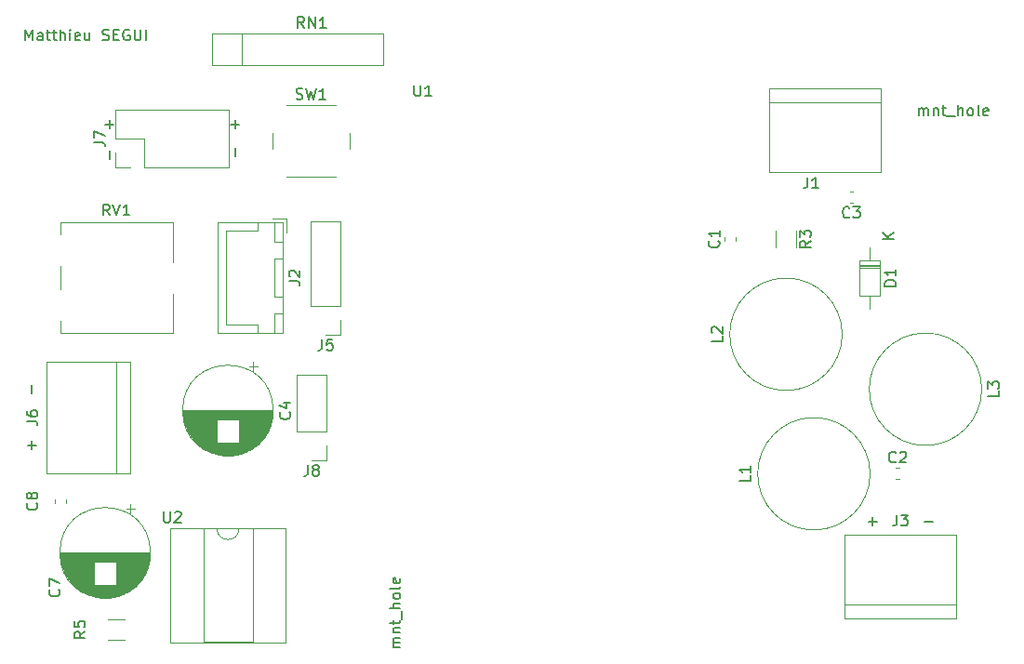
<source format=gbr>
%TF.GenerationSoftware,KiCad,Pcbnew,6.0.2+dfsg-1*%
%TF.CreationDate,2023-10-02T17:07:50+02:00*%
%TF.ProjectId,iop,696f702e-6b69-4636-9164-5f7063625858,rev?*%
%TF.SameCoordinates,Original*%
%TF.FileFunction,Legend,Top*%
%TF.FilePolarity,Positive*%
%FSLAX46Y46*%
G04 Gerber Fmt 4.6, Leading zero omitted, Abs format (unit mm)*
G04 Created by KiCad (PCBNEW 6.0.2+dfsg-1) date 2023-10-02 17:07:50*
%MOMM*%
%LPD*%
G01*
G04 APERTURE LIST*
%ADD10C,0.150000*%
%ADD11C,0.120000*%
G04 APERTURE END LIST*
D10*
X57746000Y-107894380D02*
X57746000Y-106894380D01*
X58079333Y-107608666D01*
X58412666Y-106894380D01*
X58412666Y-107894380D01*
X59317428Y-107894380D02*
X59317428Y-107370571D01*
X59269809Y-107275333D01*
X59174571Y-107227714D01*
X58984095Y-107227714D01*
X58888857Y-107275333D01*
X59317428Y-107846761D02*
X59222190Y-107894380D01*
X58984095Y-107894380D01*
X58888857Y-107846761D01*
X58841238Y-107751523D01*
X58841238Y-107656285D01*
X58888857Y-107561047D01*
X58984095Y-107513428D01*
X59222190Y-107513428D01*
X59317428Y-107465809D01*
X59650761Y-107227714D02*
X60031714Y-107227714D01*
X59793619Y-106894380D02*
X59793619Y-107751523D01*
X59841238Y-107846761D01*
X59936476Y-107894380D01*
X60031714Y-107894380D01*
X60222190Y-107227714D02*
X60603142Y-107227714D01*
X60365047Y-106894380D02*
X60365047Y-107751523D01*
X60412666Y-107846761D01*
X60507904Y-107894380D01*
X60603142Y-107894380D01*
X60936476Y-107894380D02*
X60936476Y-106894380D01*
X61365047Y-107894380D02*
X61365047Y-107370571D01*
X61317428Y-107275333D01*
X61222190Y-107227714D01*
X61079333Y-107227714D01*
X60984095Y-107275333D01*
X60936476Y-107322952D01*
X61841238Y-107894380D02*
X61841238Y-107227714D01*
X61841238Y-106894380D02*
X61793619Y-106942000D01*
X61841238Y-106989619D01*
X61888857Y-106942000D01*
X61841238Y-106894380D01*
X61841238Y-106989619D01*
X62698380Y-107846761D02*
X62603142Y-107894380D01*
X62412666Y-107894380D01*
X62317428Y-107846761D01*
X62269809Y-107751523D01*
X62269809Y-107370571D01*
X62317428Y-107275333D01*
X62412666Y-107227714D01*
X62603142Y-107227714D01*
X62698380Y-107275333D01*
X62746000Y-107370571D01*
X62746000Y-107465809D01*
X62269809Y-107561047D01*
X63603142Y-107227714D02*
X63603142Y-107894380D01*
X63174571Y-107227714D02*
X63174571Y-107751523D01*
X63222190Y-107846761D01*
X63317428Y-107894380D01*
X63460285Y-107894380D01*
X63555523Y-107846761D01*
X63603142Y-107799142D01*
X64793619Y-107846761D02*
X64936476Y-107894380D01*
X65174571Y-107894380D01*
X65269809Y-107846761D01*
X65317428Y-107799142D01*
X65365047Y-107703904D01*
X65365047Y-107608666D01*
X65317428Y-107513428D01*
X65269809Y-107465809D01*
X65174571Y-107418190D01*
X64984095Y-107370571D01*
X64888857Y-107322952D01*
X64841238Y-107275333D01*
X64793619Y-107180095D01*
X64793619Y-107084857D01*
X64841238Y-106989619D01*
X64888857Y-106942000D01*
X64984095Y-106894380D01*
X65222190Y-106894380D01*
X65365047Y-106942000D01*
X65793619Y-107370571D02*
X66126952Y-107370571D01*
X66269809Y-107894380D02*
X65793619Y-107894380D01*
X65793619Y-106894380D01*
X66269809Y-106894380D01*
X67222190Y-106942000D02*
X67126952Y-106894380D01*
X66984095Y-106894380D01*
X66841238Y-106942000D01*
X66746000Y-107037238D01*
X66698380Y-107132476D01*
X66650761Y-107322952D01*
X66650761Y-107465809D01*
X66698380Y-107656285D01*
X66746000Y-107751523D01*
X66841238Y-107846761D01*
X66984095Y-107894380D01*
X67079333Y-107894380D01*
X67222190Y-107846761D01*
X67269809Y-107799142D01*
X67269809Y-107465809D01*
X67079333Y-107465809D01*
X67698380Y-106894380D02*
X67698380Y-107703904D01*
X67746000Y-107799142D01*
X67793619Y-107846761D01*
X67888857Y-107894380D01*
X68079333Y-107894380D01*
X68174571Y-107846761D01*
X68222190Y-107799142D01*
X68269809Y-107703904D01*
X68269809Y-106894380D01*
X68746000Y-107894380D02*
X68746000Y-106894380D01*
X134493047Y-151709428D02*
X135254952Y-151709428D01*
X134874000Y-152090380D02*
X134874000Y-151328476D01*
X65405428Y-118744952D02*
X65405428Y-117983047D01*
X58348571Y-139319047D02*
X58348571Y-140080952D01*
X76835428Y-118490952D02*
X76835428Y-117729047D01*
X58348571Y-144399047D02*
X58348571Y-145160952D01*
X57967619Y-144780000D02*
X58729523Y-144780000D01*
X139573047Y-151709428D02*
X140334952Y-151709428D01*
X65405428Y-115950952D02*
X65405428Y-115189047D01*
X65786380Y-115570000D02*
X65024476Y-115570000D01*
X76835428Y-115950952D02*
X76835428Y-115189047D01*
X77216380Y-115570000D02*
X76454476Y-115570000D01*
%TO.C,mnt_hole*%
X91892380Y-163162857D02*
X91225714Y-163162857D01*
X91320952Y-163162857D02*
X91273333Y-163115238D01*
X91225714Y-163020000D01*
X91225714Y-162877142D01*
X91273333Y-162781904D01*
X91368571Y-162734285D01*
X91892380Y-162734285D01*
X91368571Y-162734285D02*
X91273333Y-162686666D01*
X91225714Y-162591428D01*
X91225714Y-162448571D01*
X91273333Y-162353333D01*
X91368571Y-162305714D01*
X91892380Y-162305714D01*
X91225714Y-161829523D02*
X91892380Y-161829523D01*
X91320952Y-161829523D02*
X91273333Y-161781904D01*
X91225714Y-161686666D01*
X91225714Y-161543809D01*
X91273333Y-161448571D01*
X91368571Y-161400952D01*
X91892380Y-161400952D01*
X91225714Y-161067619D02*
X91225714Y-160686666D01*
X90892380Y-160924761D02*
X91749523Y-160924761D01*
X91844761Y-160877142D01*
X91892380Y-160781904D01*
X91892380Y-160686666D01*
X91987619Y-160591428D02*
X91987619Y-159829523D01*
X91892380Y-159591428D02*
X90892380Y-159591428D01*
X91892380Y-159162857D02*
X91368571Y-159162857D01*
X91273333Y-159210476D01*
X91225714Y-159305714D01*
X91225714Y-159448571D01*
X91273333Y-159543809D01*
X91320952Y-159591428D01*
X91892380Y-158543809D02*
X91844761Y-158639047D01*
X91797142Y-158686666D01*
X91701904Y-158734285D01*
X91416190Y-158734285D01*
X91320952Y-158686666D01*
X91273333Y-158639047D01*
X91225714Y-158543809D01*
X91225714Y-158400952D01*
X91273333Y-158305714D01*
X91320952Y-158258095D01*
X91416190Y-158210476D01*
X91701904Y-158210476D01*
X91797142Y-158258095D01*
X91844761Y-158305714D01*
X91892380Y-158400952D01*
X91892380Y-158543809D01*
X91892380Y-157639047D02*
X91844761Y-157734285D01*
X91749523Y-157781904D01*
X90892380Y-157781904D01*
X91844761Y-156877142D02*
X91892380Y-156972380D01*
X91892380Y-157162857D01*
X91844761Y-157258095D01*
X91749523Y-157305714D01*
X91368571Y-157305714D01*
X91273333Y-157258095D01*
X91225714Y-157162857D01*
X91225714Y-156972380D01*
X91273333Y-156877142D01*
X91368571Y-156829523D01*
X91463809Y-156829523D01*
X91559047Y-157305714D01*
X139097142Y-114752380D02*
X139097142Y-114085714D01*
X139097142Y-114180952D02*
X139144761Y-114133333D01*
X139240000Y-114085714D01*
X139382857Y-114085714D01*
X139478095Y-114133333D01*
X139525714Y-114228571D01*
X139525714Y-114752380D01*
X139525714Y-114228571D02*
X139573333Y-114133333D01*
X139668571Y-114085714D01*
X139811428Y-114085714D01*
X139906666Y-114133333D01*
X139954285Y-114228571D01*
X139954285Y-114752380D01*
X140430476Y-114085714D02*
X140430476Y-114752380D01*
X140430476Y-114180952D02*
X140478095Y-114133333D01*
X140573333Y-114085714D01*
X140716190Y-114085714D01*
X140811428Y-114133333D01*
X140859047Y-114228571D01*
X140859047Y-114752380D01*
X141192380Y-114085714D02*
X141573333Y-114085714D01*
X141335238Y-113752380D02*
X141335238Y-114609523D01*
X141382857Y-114704761D01*
X141478095Y-114752380D01*
X141573333Y-114752380D01*
X141668571Y-114847619D02*
X142430476Y-114847619D01*
X142668571Y-114752380D02*
X142668571Y-113752380D01*
X143097142Y-114752380D02*
X143097142Y-114228571D01*
X143049523Y-114133333D01*
X142954285Y-114085714D01*
X142811428Y-114085714D01*
X142716190Y-114133333D01*
X142668571Y-114180952D01*
X143716190Y-114752380D02*
X143620952Y-114704761D01*
X143573333Y-114657142D01*
X143525714Y-114561904D01*
X143525714Y-114276190D01*
X143573333Y-114180952D01*
X143620952Y-114133333D01*
X143716190Y-114085714D01*
X143859047Y-114085714D01*
X143954285Y-114133333D01*
X144001904Y-114180952D01*
X144049523Y-114276190D01*
X144049523Y-114561904D01*
X144001904Y-114657142D01*
X143954285Y-114704761D01*
X143859047Y-114752380D01*
X143716190Y-114752380D01*
X144620952Y-114752380D02*
X144525714Y-114704761D01*
X144478095Y-114609523D01*
X144478095Y-113752380D01*
X145382857Y-114704761D02*
X145287619Y-114752380D01*
X145097142Y-114752380D01*
X145001904Y-114704761D01*
X144954285Y-114609523D01*
X144954285Y-114228571D01*
X145001904Y-114133333D01*
X145097142Y-114085714D01*
X145287619Y-114085714D01*
X145382857Y-114133333D01*
X145430476Y-114228571D01*
X145430476Y-114323809D01*
X144954285Y-114419047D01*
%TO.C,RN1*%
X83129523Y-106764380D02*
X82796190Y-106288190D01*
X82558095Y-106764380D02*
X82558095Y-105764380D01*
X82939047Y-105764380D01*
X83034285Y-105812000D01*
X83081904Y-105859619D01*
X83129523Y-105954857D01*
X83129523Y-106097714D01*
X83081904Y-106192952D01*
X83034285Y-106240571D01*
X82939047Y-106288190D01*
X82558095Y-106288190D01*
X83558095Y-106764380D02*
X83558095Y-105764380D01*
X84129523Y-106764380D01*
X84129523Y-105764380D01*
X85129523Y-106764380D02*
X84558095Y-106764380D01*
X84843809Y-106764380D02*
X84843809Y-105764380D01*
X84748571Y-105907238D01*
X84653333Y-106002476D01*
X84558095Y-106050095D01*
%TO.C,J8*%
X83486666Y-146562380D02*
X83486666Y-147276666D01*
X83439047Y-147419523D01*
X83343809Y-147514761D01*
X83200952Y-147562380D01*
X83105714Y-147562380D01*
X84105714Y-146990952D02*
X84010476Y-146943333D01*
X83962857Y-146895714D01*
X83915238Y-146800476D01*
X83915238Y-146752857D01*
X83962857Y-146657619D01*
X84010476Y-146610000D01*
X84105714Y-146562380D01*
X84296190Y-146562380D01*
X84391428Y-146610000D01*
X84439047Y-146657619D01*
X84486666Y-146752857D01*
X84486666Y-146800476D01*
X84439047Y-146895714D01*
X84391428Y-146943333D01*
X84296190Y-146990952D01*
X84105714Y-146990952D01*
X84010476Y-147038571D01*
X83962857Y-147086190D01*
X83915238Y-147181428D01*
X83915238Y-147371904D01*
X83962857Y-147467142D01*
X84010476Y-147514761D01*
X84105714Y-147562380D01*
X84296190Y-147562380D01*
X84391428Y-147514761D01*
X84439047Y-147467142D01*
X84486666Y-147371904D01*
X84486666Y-147181428D01*
X84439047Y-147086190D01*
X84391428Y-147038571D01*
X84296190Y-146990952D01*
%TO.C,R5*%
X63190380Y-161710666D02*
X62714190Y-162044000D01*
X63190380Y-162282095D02*
X62190380Y-162282095D01*
X62190380Y-161901142D01*
X62238000Y-161805904D01*
X62285619Y-161758285D01*
X62380857Y-161710666D01*
X62523714Y-161710666D01*
X62618952Y-161758285D01*
X62666571Y-161805904D01*
X62714190Y-161901142D01*
X62714190Y-162282095D01*
X62190380Y-160805904D02*
X62190380Y-161282095D01*
X62666571Y-161329714D01*
X62618952Y-161282095D01*
X62571333Y-161186857D01*
X62571333Y-160948761D01*
X62618952Y-160853523D01*
X62666571Y-160805904D01*
X62761809Y-160758285D01*
X62999904Y-160758285D01*
X63095142Y-160805904D01*
X63142761Y-160853523D01*
X63190380Y-160948761D01*
X63190380Y-161186857D01*
X63142761Y-161282095D01*
X63095142Y-161329714D01*
%TO.C,D1*%
X136992380Y-130273095D02*
X135992380Y-130273095D01*
X135992380Y-130035000D01*
X136040000Y-129892142D01*
X136135238Y-129796904D01*
X136230476Y-129749285D01*
X136420952Y-129701666D01*
X136563809Y-129701666D01*
X136754285Y-129749285D01*
X136849523Y-129796904D01*
X136944761Y-129892142D01*
X136992380Y-130035000D01*
X136992380Y-130273095D01*
X136992380Y-128749285D02*
X136992380Y-129320714D01*
X136992380Y-129035000D02*
X135992380Y-129035000D01*
X136135238Y-129130238D01*
X136230476Y-129225476D01*
X136278095Y-129320714D01*
X136822380Y-125986904D02*
X135822380Y-125986904D01*
X136822380Y-125415476D02*
X136250952Y-125844047D01*
X135822380Y-125415476D02*
X136393809Y-125986904D01*
%TO.C,U1*%
X93168095Y-111972380D02*
X93168095Y-112781904D01*
X93215714Y-112877142D01*
X93263333Y-112924761D01*
X93358571Y-112972380D01*
X93549047Y-112972380D01*
X93644285Y-112924761D01*
X93691904Y-112877142D01*
X93739523Y-112781904D01*
X93739523Y-111972380D01*
X94739523Y-112972380D02*
X94168095Y-112972380D01*
X94453809Y-112972380D02*
X94453809Y-111972380D01*
X94358571Y-112115238D01*
X94263333Y-112210476D01*
X94168095Y-112258095D01*
%TO.C,U2*%
X70358095Y-150802380D02*
X70358095Y-151611904D01*
X70405714Y-151707142D01*
X70453333Y-151754761D01*
X70548571Y-151802380D01*
X70739047Y-151802380D01*
X70834285Y-151754761D01*
X70881904Y-151707142D01*
X70929523Y-151611904D01*
X70929523Y-150802380D01*
X71358095Y-150897619D02*
X71405714Y-150850000D01*
X71500952Y-150802380D01*
X71739047Y-150802380D01*
X71834285Y-150850000D01*
X71881904Y-150897619D01*
X71929523Y-150992857D01*
X71929523Y-151088095D01*
X71881904Y-151230952D01*
X71310476Y-151802380D01*
X71929523Y-151802380D01*
%TO.C,SW1*%
X82434666Y-113212761D02*
X82577523Y-113260380D01*
X82815619Y-113260380D01*
X82910857Y-113212761D01*
X82958476Y-113165142D01*
X83006095Y-113069904D01*
X83006095Y-112974666D01*
X82958476Y-112879428D01*
X82910857Y-112831809D01*
X82815619Y-112784190D01*
X82625142Y-112736571D01*
X82529904Y-112688952D01*
X82482285Y-112641333D01*
X82434666Y-112546095D01*
X82434666Y-112450857D01*
X82482285Y-112355619D01*
X82529904Y-112308000D01*
X82625142Y-112260380D01*
X82863238Y-112260380D01*
X83006095Y-112308000D01*
X83339428Y-112260380D02*
X83577523Y-113260380D01*
X83768000Y-112546095D01*
X83958476Y-113260380D01*
X84196571Y-112260380D01*
X85101333Y-113260380D02*
X84529904Y-113260380D01*
X84815619Y-113260380D02*
X84815619Y-112260380D01*
X84720380Y-112403238D01*
X84625142Y-112498476D01*
X84529904Y-112546095D01*
%TO.C,C4*%
X81807142Y-141766666D02*
X81854761Y-141814285D01*
X81902380Y-141957142D01*
X81902380Y-142052380D01*
X81854761Y-142195238D01*
X81759523Y-142290476D01*
X81664285Y-142338095D01*
X81473809Y-142385714D01*
X81330952Y-142385714D01*
X81140476Y-142338095D01*
X81045238Y-142290476D01*
X80950000Y-142195238D01*
X80902380Y-142052380D01*
X80902380Y-141957142D01*
X80950000Y-141814285D01*
X80997619Y-141766666D01*
X81235714Y-140909523D02*
X81902380Y-140909523D01*
X80854761Y-141147619D02*
X81569047Y-141385714D01*
X81569047Y-140766666D01*
%TO.C,L3*%
X146402380Y-139826666D02*
X146402380Y-140302857D01*
X145402380Y-140302857D01*
X145402380Y-139588571D02*
X145402380Y-138969523D01*
X145783333Y-139302857D01*
X145783333Y-139160000D01*
X145830952Y-139064761D01*
X145878571Y-139017142D01*
X145973809Y-138969523D01*
X146211904Y-138969523D01*
X146307142Y-139017142D01*
X146354761Y-139064761D01*
X146402380Y-139160000D01*
X146402380Y-139445714D01*
X146354761Y-139540952D01*
X146307142Y-139588571D01*
%TO.C,J2*%
X81742380Y-129833333D02*
X82456666Y-129833333D01*
X82599523Y-129880952D01*
X82694761Y-129976190D01*
X82742380Y-130119047D01*
X82742380Y-130214285D01*
X81837619Y-129404761D02*
X81790000Y-129357142D01*
X81742380Y-129261904D01*
X81742380Y-129023809D01*
X81790000Y-128928571D01*
X81837619Y-128880952D01*
X81932857Y-128833333D01*
X82028095Y-128833333D01*
X82170952Y-128880952D01*
X82742380Y-129452380D01*
X82742380Y-128833333D01*
%TO.C,L2*%
X121202380Y-134826666D02*
X121202380Y-135302857D01*
X120202380Y-135302857D01*
X120297619Y-134540952D02*
X120250000Y-134493333D01*
X120202380Y-134398095D01*
X120202380Y-134160000D01*
X120250000Y-134064761D01*
X120297619Y-134017142D01*
X120392857Y-133969523D01*
X120488095Y-133969523D01*
X120630952Y-134017142D01*
X121202380Y-134588571D01*
X121202380Y-133969523D01*
%TO.C,J5*%
X84756666Y-135122380D02*
X84756666Y-135836666D01*
X84709047Y-135979523D01*
X84613809Y-136074761D01*
X84470952Y-136122380D01*
X84375714Y-136122380D01*
X85709047Y-135122380D02*
X85232857Y-135122380D01*
X85185238Y-135598571D01*
X85232857Y-135550952D01*
X85328095Y-135503333D01*
X85566190Y-135503333D01*
X85661428Y-135550952D01*
X85709047Y-135598571D01*
X85756666Y-135693809D01*
X85756666Y-135931904D01*
X85709047Y-136027142D01*
X85661428Y-136074761D01*
X85566190Y-136122380D01*
X85328095Y-136122380D01*
X85232857Y-136074761D01*
X85185238Y-136027142D01*
%TO.C,J1*%
X128952666Y-120356380D02*
X128952666Y-121070666D01*
X128905047Y-121213523D01*
X128809809Y-121308761D01*
X128666952Y-121356380D01*
X128571714Y-121356380D01*
X129952666Y-121356380D02*
X129381238Y-121356380D01*
X129666952Y-121356380D02*
X129666952Y-120356380D01*
X129571714Y-120499238D01*
X129476476Y-120594476D01*
X129381238Y-120642095D01*
%TO.C,J7*%
X64024380Y-117178333D02*
X64738666Y-117178333D01*
X64881523Y-117225952D01*
X64976761Y-117321190D01*
X65024380Y-117464047D01*
X65024380Y-117559285D01*
X64024380Y-116797380D02*
X64024380Y-116130714D01*
X65024380Y-116559285D01*
%TO.C,C8*%
X58777142Y-150026666D02*
X58824761Y-150074285D01*
X58872380Y-150217142D01*
X58872380Y-150312380D01*
X58824761Y-150455238D01*
X58729523Y-150550476D01*
X58634285Y-150598095D01*
X58443809Y-150645714D01*
X58300952Y-150645714D01*
X58110476Y-150598095D01*
X58015238Y-150550476D01*
X57920000Y-150455238D01*
X57872380Y-150312380D01*
X57872380Y-150217142D01*
X57920000Y-150074285D01*
X57967619Y-150026666D01*
X58300952Y-149455238D02*
X58253333Y-149550476D01*
X58205714Y-149598095D01*
X58110476Y-149645714D01*
X58062857Y-149645714D01*
X57967619Y-149598095D01*
X57920000Y-149550476D01*
X57872380Y-149455238D01*
X57872380Y-149264761D01*
X57920000Y-149169523D01*
X57967619Y-149121904D01*
X58062857Y-149074285D01*
X58110476Y-149074285D01*
X58205714Y-149121904D01*
X58253333Y-149169523D01*
X58300952Y-149264761D01*
X58300952Y-149455238D01*
X58348571Y-149550476D01*
X58396190Y-149598095D01*
X58491428Y-149645714D01*
X58681904Y-149645714D01*
X58777142Y-149598095D01*
X58824761Y-149550476D01*
X58872380Y-149455238D01*
X58872380Y-149264761D01*
X58824761Y-149169523D01*
X58777142Y-149121904D01*
X58681904Y-149074285D01*
X58491428Y-149074285D01*
X58396190Y-149121904D01*
X58348571Y-149169523D01*
X58300952Y-149264761D01*
%TO.C,J3*%
X137080666Y-151090380D02*
X137080666Y-151804666D01*
X137033047Y-151947523D01*
X136937809Y-152042761D01*
X136794952Y-152090380D01*
X136699714Y-152090380D01*
X137461619Y-151090380D02*
X138080666Y-151090380D01*
X137747333Y-151471333D01*
X137890190Y-151471333D01*
X137985428Y-151518952D01*
X138033047Y-151566571D01*
X138080666Y-151661809D01*
X138080666Y-151899904D01*
X138033047Y-151995142D01*
X137985428Y-152042761D01*
X137890190Y-152090380D01*
X137604476Y-152090380D01*
X137509238Y-152042761D01*
X137461619Y-151995142D01*
%TO.C,C3*%
X132775833Y-123961142D02*
X132728214Y-124008761D01*
X132585357Y-124056380D01*
X132490119Y-124056380D01*
X132347261Y-124008761D01*
X132252023Y-123913523D01*
X132204404Y-123818285D01*
X132156785Y-123627809D01*
X132156785Y-123484952D01*
X132204404Y-123294476D01*
X132252023Y-123199238D01*
X132347261Y-123104000D01*
X132490119Y-123056380D01*
X132585357Y-123056380D01*
X132728214Y-123104000D01*
X132775833Y-123151619D01*
X133109166Y-123056380D02*
X133728214Y-123056380D01*
X133394880Y-123437333D01*
X133537738Y-123437333D01*
X133632976Y-123484952D01*
X133680595Y-123532571D01*
X133728214Y-123627809D01*
X133728214Y-123865904D01*
X133680595Y-123961142D01*
X133632976Y-124008761D01*
X133537738Y-124056380D01*
X133252023Y-124056380D01*
X133156785Y-124008761D01*
X133109166Y-123961142D01*
%TO.C,C7*%
X60809142Y-157900666D02*
X60856761Y-157948285D01*
X60904380Y-158091142D01*
X60904380Y-158186380D01*
X60856761Y-158329238D01*
X60761523Y-158424476D01*
X60666285Y-158472095D01*
X60475809Y-158519714D01*
X60332952Y-158519714D01*
X60142476Y-158472095D01*
X60047238Y-158424476D01*
X59952000Y-158329238D01*
X59904380Y-158186380D01*
X59904380Y-158091142D01*
X59952000Y-157948285D01*
X59999619Y-157900666D01*
X59904380Y-157567333D02*
X59904380Y-156900666D01*
X60904380Y-157329238D01*
%TO.C,C2*%
X136993333Y-146247142D02*
X136945714Y-146294761D01*
X136802857Y-146342380D01*
X136707619Y-146342380D01*
X136564761Y-146294761D01*
X136469523Y-146199523D01*
X136421904Y-146104285D01*
X136374285Y-145913809D01*
X136374285Y-145770952D01*
X136421904Y-145580476D01*
X136469523Y-145485238D01*
X136564761Y-145390000D01*
X136707619Y-145342380D01*
X136802857Y-145342380D01*
X136945714Y-145390000D01*
X136993333Y-145437619D01*
X137374285Y-145437619D02*
X137421904Y-145390000D01*
X137517142Y-145342380D01*
X137755238Y-145342380D01*
X137850476Y-145390000D01*
X137898095Y-145437619D01*
X137945714Y-145532857D01*
X137945714Y-145628095D01*
X137898095Y-145770952D01*
X137326666Y-146342380D01*
X137945714Y-146342380D01*
%TO.C,L1*%
X123742380Y-147526666D02*
X123742380Y-148002857D01*
X122742380Y-148002857D01*
X123742380Y-146669523D02*
X123742380Y-147240952D01*
X123742380Y-146955238D02*
X122742380Y-146955238D01*
X122885238Y-147050476D01*
X122980476Y-147145714D01*
X123028095Y-147240952D01*
%TO.C,J6*%
X57872380Y-142573333D02*
X58586666Y-142573333D01*
X58729523Y-142620952D01*
X58824761Y-142716190D01*
X58872380Y-142859047D01*
X58872380Y-142954285D01*
X57872380Y-141668571D02*
X57872380Y-141859047D01*
X57920000Y-141954285D01*
X57967619Y-142001904D01*
X58110476Y-142097142D01*
X58300952Y-142144761D01*
X58681904Y-142144761D01*
X58777142Y-142097142D01*
X58824761Y-142049523D01*
X58872380Y-141954285D01*
X58872380Y-141763809D01*
X58824761Y-141668571D01*
X58777142Y-141620952D01*
X58681904Y-141573333D01*
X58443809Y-141573333D01*
X58348571Y-141620952D01*
X58300952Y-141668571D01*
X58253333Y-141763809D01*
X58253333Y-141954285D01*
X58300952Y-142049523D01*
X58348571Y-142097142D01*
X58443809Y-142144761D01*
%TO.C,RV1*%
X65444761Y-123817380D02*
X65111428Y-123341190D01*
X64873333Y-123817380D02*
X64873333Y-122817380D01*
X65254285Y-122817380D01*
X65349523Y-122865000D01*
X65397142Y-122912619D01*
X65444761Y-123007857D01*
X65444761Y-123150714D01*
X65397142Y-123245952D01*
X65349523Y-123293571D01*
X65254285Y-123341190D01*
X64873333Y-123341190D01*
X65730476Y-122817380D02*
X66063809Y-123817380D01*
X66397142Y-122817380D01*
X67254285Y-123817380D02*
X66682857Y-123817380D01*
X66968571Y-123817380D02*
X66968571Y-122817380D01*
X66873333Y-122960238D01*
X66778095Y-123055476D01*
X66682857Y-123103095D01*
%TO.C,R3*%
X129272380Y-126150666D02*
X128796190Y-126484000D01*
X129272380Y-126722095D02*
X128272380Y-126722095D01*
X128272380Y-126341142D01*
X128320000Y-126245904D01*
X128367619Y-126198285D01*
X128462857Y-126150666D01*
X128605714Y-126150666D01*
X128700952Y-126198285D01*
X128748571Y-126245904D01*
X128796190Y-126341142D01*
X128796190Y-126722095D01*
X128272380Y-125817333D02*
X128272380Y-125198285D01*
X128653333Y-125531619D01*
X128653333Y-125388761D01*
X128700952Y-125293523D01*
X128748571Y-125245904D01*
X128843809Y-125198285D01*
X129081904Y-125198285D01*
X129177142Y-125245904D01*
X129224761Y-125293523D01*
X129272380Y-125388761D01*
X129272380Y-125674476D01*
X129224761Y-125769714D01*
X129177142Y-125817333D01*
%TO.C,C1*%
X120847142Y-126150666D02*
X120894761Y-126198285D01*
X120942380Y-126341142D01*
X120942380Y-126436380D01*
X120894761Y-126579238D01*
X120799523Y-126674476D01*
X120704285Y-126722095D01*
X120513809Y-126769714D01*
X120370952Y-126769714D01*
X120180476Y-126722095D01*
X120085238Y-126674476D01*
X119990000Y-126579238D01*
X119942380Y-126436380D01*
X119942380Y-126341142D01*
X119990000Y-126198285D01*
X120037619Y-126150666D01*
X120942380Y-125198285D02*
X120942380Y-125769714D01*
X120942380Y-125484000D02*
X119942380Y-125484000D01*
X120085238Y-125579238D01*
X120180476Y-125674476D01*
X120228095Y-125769714D01*
D11*
%TO.C,RN1*%
X77470000Y-107312000D02*
X77470000Y-110112000D01*
X74760000Y-110112000D02*
X90340000Y-110112000D01*
X90340000Y-110112000D02*
X90340000Y-107312000D01*
X90340000Y-107312000D02*
X74760000Y-107312000D01*
X74760000Y-107312000D02*
X74760000Y-110112000D01*
%TO.C,J8*%
X85150000Y-143510000D02*
X82490000Y-143510000D01*
X82490000Y-143510000D02*
X82490000Y-138370000D01*
X85150000Y-138370000D02*
X82490000Y-138370000D01*
X85150000Y-144780000D02*
X85150000Y-146110000D01*
X85150000Y-146110000D02*
X83820000Y-146110000D01*
X85150000Y-143510000D02*
X85150000Y-138370000D01*
%TO.C,R5*%
X65312936Y-160634000D02*
X66767064Y-160634000D01*
X65312936Y-162454000D02*
X66767064Y-162454000D01*
%TO.C,D1*%
X135540000Y-127895000D02*
X133700000Y-127895000D01*
X135540000Y-128471000D02*
X133700000Y-128471000D01*
X135540000Y-128351000D02*
X133700000Y-128351000D01*
X135540000Y-131175000D02*
X135540000Y-127895000D01*
X133700000Y-131175000D02*
X135540000Y-131175000D01*
X134620000Y-126715000D02*
X134620000Y-127895000D01*
X133700000Y-127895000D02*
X133700000Y-131175000D01*
X135540000Y-128591000D02*
X133700000Y-128591000D01*
X134620000Y-132355000D02*
X134620000Y-131175000D01*
%TO.C,U2*%
X81450000Y-162690000D02*
X81450000Y-152290000D01*
X70950000Y-152290000D02*
X70950000Y-162690000D01*
X73950000Y-162630000D02*
X78450000Y-162630000D01*
X78450000Y-152350000D02*
X77200000Y-152350000D01*
X78450000Y-162630000D02*
X78450000Y-152350000D01*
X70950000Y-162690000D02*
X81450000Y-162690000D01*
X81450000Y-152290000D02*
X70950000Y-152290000D01*
X73950000Y-152350000D02*
X73950000Y-162630000D01*
X75200000Y-152350000D02*
X73950000Y-152350000D01*
X75200000Y-152350000D02*
G75*
G03*
X77200000Y-152350000I1000000J0D01*
G01*
%TO.C,SW1*%
X87268000Y-117808000D02*
X87268000Y-116308000D01*
X80268000Y-116308000D02*
X80268000Y-117808000D01*
X81518000Y-120308000D02*
X86018000Y-120308000D01*
X86018000Y-113808000D02*
X81518000Y-113808000D01*
%TO.C,C4*%
X80114000Y-142761000D02*
X77240000Y-142761000D01*
X79762000Y-143601000D02*
X77240000Y-143601000D01*
X75160000Y-143481000D02*
X72573000Y-143481000D01*
X75160000Y-143641000D02*
X72660000Y-143641000D01*
X75160000Y-142601000D02*
X72243000Y-142601000D01*
X79255000Y-144321000D02*
X77240000Y-144321000D01*
X80217000Y-142321000D02*
X72183000Y-142321000D01*
X78515000Y-137190302D02*
X78515000Y-137990302D01*
X79420000Y-144121000D02*
X77240000Y-144121000D01*
X79974000Y-143161000D02*
X77240000Y-143161000D01*
X76968000Y-145641000D02*
X75432000Y-145641000D01*
X75160000Y-142641000D02*
X72253000Y-142641000D01*
X78756000Y-144801000D02*
X73644000Y-144801000D01*
X75160000Y-144361000D02*
X73181000Y-144361000D01*
X78487000Y-145001000D02*
X73913000Y-145001000D01*
X78600000Y-144921000D02*
X73800000Y-144921000D01*
X80280000Y-141640000D02*
X72120000Y-141640000D01*
X80194000Y-142441000D02*
X72206000Y-142441000D01*
X75160000Y-144241000D02*
X73076000Y-144241000D01*
X75160000Y-142921000D02*
X72337000Y-142921000D01*
X75160000Y-143801000D02*
X72756000Y-143801000D01*
X78941000Y-144641000D02*
X73459000Y-144641000D01*
X75160000Y-144121000D02*
X72980000Y-144121000D01*
X75160000Y-142521000D02*
X72224000Y-142521000D01*
X75160000Y-143721000D02*
X72707000Y-143721000D01*
X80147000Y-142641000D02*
X77240000Y-142641000D01*
X75160000Y-143881000D02*
X72808000Y-143881000D01*
X75160000Y-144041000D02*
X72920000Y-144041000D01*
X80005000Y-143081000D02*
X77240000Y-143081000D01*
X75160000Y-142721000D02*
X72275000Y-142721000D01*
X80035000Y-143001000D02*
X77240000Y-143001000D01*
X75160000Y-143201000D02*
X72443000Y-143201000D01*
X75160000Y-143521000D02*
X72594000Y-143521000D01*
X79618000Y-143841000D02*
X77240000Y-143841000D01*
X79784000Y-143561000D02*
X77240000Y-143561000D01*
X75160000Y-142681000D02*
X72264000Y-142681000D01*
X79026000Y-144561000D02*
X73374000Y-144561000D01*
X75160000Y-143241000D02*
X72460000Y-143241000D01*
X75160000Y-142561000D02*
X72233000Y-142561000D01*
X80102000Y-142801000D02*
X77240000Y-142801000D01*
X80230000Y-142240000D02*
X72170000Y-142240000D01*
X75160000Y-144441000D02*
X73255000Y-144441000D01*
X75160000Y-142841000D02*
X72311000Y-142841000D01*
X79922000Y-143281000D02*
X77240000Y-143281000D01*
X80252000Y-142080000D02*
X72148000Y-142080000D01*
X80271000Y-141880000D02*
X72129000Y-141880000D01*
X80157000Y-142601000D02*
X77240000Y-142601000D01*
X75160000Y-143001000D02*
X72365000Y-143001000D01*
X79847000Y-143441000D02*
X77240000Y-143441000D01*
X78984000Y-144601000D02*
X73416000Y-144601000D01*
X75160000Y-143561000D02*
X72616000Y-143561000D01*
X75160000Y-144201000D02*
X73044000Y-144201000D01*
X75160000Y-142801000D02*
X72298000Y-142801000D01*
X75160000Y-144161000D02*
X73011000Y-144161000D01*
X80136000Y-142681000D02*
X77240000Y-142681000D01*
X75160000Y-144481000D02*
X73293000Y-144481000D01*
X80279000Y-141720000D02*
X72121000Y-141720000D01*
X80276000Y-141800000D02*
X72124000Y-141800000D01*
X78705000Y-144841000D02*
X73695000Y-144841000D01*
X78915000Y-137590302D02*
X78115000Y-137590302D01*
X75160000Y-144521000D02*
X73333000Y-144521000D01*
X78090000Y-145241000D02*
X74310000Y-145241000D01*
X78851000Y-144721000D02*
X73549000Y-144721000D01*
X75160000Y-144281000D02*
X73110000Y-144281000D01*
X80021000Y-143041000D02*
X77240000Y-143041000D01*
X80077000Y-142881000D02*
X77240000Y-142881000D01*
X78804000Y-144761000D02*
X73596000Y-144761000D01*
X75160000Y-143041000D02*
X72379000Y-143041000D01*
X78366000Y-145081000D02*
X74034000Y-145081000D01*
X80176000Y-142521000D02*
X77240000Y-142521000D01*
X79538000Y-143961000D02*
X77240000Y-143961000D01*
X80237000Y-142200000D02*
X72163000Y-142200000D01*
X75160000Y-143401000D02*
X72534000Y-143401000D01*
X79827000Y-143481000D02*
X77240000Y-143481000D01*
X79886000Y-143361000D02*
X77240000Y-143361000D01*
X80261000Y-142000000D02*
X72139000Y-142000000D01*
X79480000Y-144041000D02*
X77240000Y-144041000D01*
X79693000Y-143721000D02*
X77240000Y-143721000D01*
X75160000Y-144081000D02*
X72950000Y-144081000D01*
X79145000Y-144441000D02*
X77240000Y-144441000D01*
X80185000Y-142481000D02*
X77240000Y-142481000D01*
X78428000Y-145041000D02*
X73972000Y-145041000D01*
X79904000Y-143321000D02*
X77240000Y-143321000D01*
X79356000Y-144201000D02*
X77240000Y-144201000D01*
X76733000Y-145681000D02*
X75667000Y-145681000D01*
X79940000Y-143241000D02*
X77240000Y-143241000D01*
X78654000Y-144881000D02*
X73746000Y-144881000D01*
X80125000Y-142721000D02*
X77240000Y-142721000D01*
X75160000Y-144401000D02*
X73217000Y-144401000D01*
X77931000Y-145321000D02*
X74469000Y-145321000D01*
X75160000Y-143681000D02*
X72683000Y-143681000D01*
X80280000Y-141600000D02*
X72120000Y-141600000D01*
X80089000Y-142841000D02*
X77240000Y-142841000D01*
X80202000Y-142401000D02*
X72198000Y-142401000D01*
X78013000Y-145281000D02*
X74387000Y-145281000D01*
X75160000Y-142761000D02*
X72286000Y-142761000D01*
X77429000Y-145521000D02*
X74971000Y-145521000D01*
X79450000Y-144081000D02*
X77240000Y-144081000D01*
X75160000Y-143161000D02*
X72426000Y-143161000D01*
X77148000Y-145601000D02*
X75252000Y-145601000D01*
X75160000Y-143321000D02*
X72496000Y-143321000D01*
X80050000Y-142961000D02*
X77240000Y-142961000D01*
X77546000Y-145481000D02*
X74854000Y-145481000D01*
X75160000Y-142881000D02*
X72323000Y-142881000D01*
X79509000Y-144001000D02*
X77240000Y-144001000D01*
X75160000Y-143281000D02*
X72478000Y-143281000D01*
X78302000Y-145121000D02*
X74098000Y-145121000D01*
X79669000Y-143761000D02*
X77240000Y-143761000D01*
X79957000Y-143201000D02*
X77240000Y-143201000D01*
X75160000Y-142481000D02*
X72215000Y-142481000D01*
X80248000Y-142120000D02*
X72152000Y-142120000D01*
X80167000Y-142561000D02*
X77240000Y-142561000D01*
X75160000Y-143361000D02*
X72514000Y-143361000D01*
X75160000Y-143441000D02*
X72553000Y-143441000D01*
X80274000Y-141840000D02*
X72126000Y-141840000D01*
X80063000Y-142921000D02*
X77240000Y-142921000D01*
X79565000Y-143921000D02*
X77240000Y-143921000D01*
X77752000Y-145401000D02*
X74648000Y-145401000D01*
X80265000Y-141960000D02*
X72135000Y-141960000D01*
X75160000Y-144001000D02*
X72891000Y-144001000D01*
X77298000Y-145561000D02*
X75102000Y-145561000D01*
X79717000Y-143681000D02*
X77240000Y-143681000D01*
X80277000Y-141760000D02*
X72123000Y-141760000D01*
X80224000Y-142280000D02*
X72176000Y-142280000D01*
X75160000Y-142961000D02*
X72350000Y-142961000D01*
X79866000Y-143401000D02*
X77240000Y-143401000D01*
X79592000Y-143881000D02*
X77240000Y-143881000D01*
X75160000Y-143601000D02*
X72638000Y-143601000D01*
X79806000Y-143521000D02*
X77240000Y-143521000D01*
X78234000Y-145161000D02*
X74166000Y-145161000D01*
X78545000Y-144961000D02*
X73855000Y-144961000D01*
X79183000Y-144401000D02*
X77240000Y-144401000D01*
X78164000Y-145201000D02*
X74236000Y-145201000D01*
X79740000Y-143641000D02*
X77240000Y-143641000D01*
X79990000Y-143121000D02*
X77240000Y-143121000D01*
X80280000Y-141680000D02*
X72120000Y-141680000D01*
X75160000Y-143081000D02*
X72395000Y-143081000D01*
X75160000Y-143841000D02*
X72782000Y-143841000D01*
X80210000Y-142361000D02*
X72190000Y-142361000D01*
X79290000Y-144281000D02*
X77240000Y-144281000D01*
X78897000Y-144681000D02*
X73503000Y-144681000D01*
X80268000Y-141920000D02*
X72132000Y-141920000D01*
X79107000Y-144481000D02*
X77240000Y-144481000D01*
X79324000Y-144241000D02*
X77240000Y-144241000D01*
X79644000Y-143801000D02*
X77240000Y-143801000D01*
X75160000Y-143121000D02*
X72410000Y-143121000D01*
X80242000Y-142160000D02*
X72158000Y-142160000D01*
X77845000Y-145361000D02*
X74555000Y-145361000D01*
X80257000Y-142040000D02*
X72143000Y-142040000D01*
X75160000Y-143761000D02*
X72731000Y-143761000D01*
X79219000Y-144361000D02*
X77240000Y-144361000D01*
X77653000Y-145441000D02*
X74747000Y-145441000D01*
X79389000Y-144161000D02*
X77240000Y-144161000D01*
X75160000Y-143961000D02*
X72862000Y-143961000D01*
X79067000Y-144521000D02*
X77240000Y-144521000D01*
X75160000Y-143921000D02*
X72835000Y-143921000D01*
X75160000Y-144321000D02*
X73145000Y-144321000D01*
X80320000Y-141600000D02*
G75*
G03*
X80320000Y-141600000I-4120000J0D01*
G01*
%TO.C,L3*%
X144820000Y-139660000D02*
G75*
G03*
X144820000Y-139660000I-5120000J0D01*
G01*
%TO.C,J2*%
X81200000Y-124440000D02*
X75230000Y-124440000D01*
X81190000Y-124450000D02*
X80440000Y-124450000D01*
X78940000Y-125200000D02*
X75990000Y-125200000D01*
X80440000Y-134550000D02*
X81190000Y-134550000D01*
X80440000Y-124450000D02*
X80440000Y-126250000D01*
X81190000Y-134550000D02*
X81190000Y-132750000D01*
X75990000Y-125200000D02*
X75990000Y-129500000D01*
X75230000Y-124440000D02*
X75230000Y-134560000D01*
X80440000Y-127750000D02*
X80440000Y-131250000D01*
X80440000Y-131250000D02*
X81190000Y-131250000D01*
X80440000Y-126250000D02*
X81190000Y-126250000D01*
X81200000Y-134560000D02*
X81200000Y-124440000D01*
X81190000Y-132750000D02*
X80440000Y-132750000D01*
X78940000Y-133800000D02*
X75990000Y-133800000D01*
X81190000Y-131250000D02*
X81190000Y-127750000D01*
X81190000Y-126250000D02*
X81190000Y-124450000D01*
X80440000Y-132750000D02*
X80440000Y-134550000D01*
X75230000Y-134560000D02*
X81200000Y-134560000D01*
X78940000Y-134550000D02*
X78940000Y-133800000D01*
X75990000Y-133800000D02*
X75990000Y-129500000D01*
X81490000Y-125400000D02*
X81490000Y-124150000D01*
X81490000Y-124150000D02*
X80240000Y-124150000D01*
X81190000Y-127750000D02*
X80440000Y-127750000D01*
X78940000Y-124450000D02*
X78940000Y-125200000D01*
%TO.C,L2*%
X132120000Y-134660000D02*
G75*
G03*
X132120000Y-134660000I-5120000J0D01*
G01*
%TO.C,J5*%
X83760000Y-132070000D02*
X83760000Y-124390000D01*
X86420000Y-133340000D02*
X86420000Y-134670000D01*
X86420000Y-132070000D02*
X83760000Y-132070000D01*
X86420000Y-132070000D02*
X86420000Y-124390000D01*
X86420000Y-124390000D02*
X83760000Y-124390000D01*
X86420000Y-134670000D02*
X85090000Y-134670000D01*
%TO.C,J1*%
X125476000Y-112268000D02*
X125476000Y-119888000D01*
X135636000Y-112268000D02*
X125476000Y-112268000D01*
X125476000Y-113538000D02*
X135636000Y-113538000D01*
X135636000Y-119888000D02*
X135636000Y-112268000D01*
X125476000Y-119888000D02*
X135636000Y-119888000D01*
%TO.C,J7*%
X68590000Y-119445000D02*
X68590000Y-116845000D01*
X65990000Y-116845000D02*
X65990000Y-114245000D01*
X65990000Y-114245000D02*
X76270000Y-114245000D01*
X76270000Y-119445000D02*
X76270000Y-114245000D01*
X65990000Y-119445000D02*
X65990000Y-118115000D01*
X67320000Y-119445000D02*
X65990000Y-119445000D01*
X68590000Y-116845000D02*
X65990000Y-116845000D01*
X68590000Y-119445000D02*
X76270000Y-119445000D01*
%TO.C,C8*%
X61470000Y-150006267D02*
X61470000Y-149713733D01*
X60450000Y-150006267D02*
X60450000Y-149713733D01*
%TO.C,J3*%
X132334000Y-160528000D02*
X142494000Y-160528000D01*
X142494000Y-152908000D02*
X132334000Y-152908000D01*
X142494000Y-159258000D02*
X132334000Y-159258000D01*
X132334000Y-152908000D02*
X132334000Y-160528000D01*
X142494000Y-160528000D02*
X142494000Y-152908000D01*
%TO.C,C3*%
X133088767Y-122684000D02*
X132796233Y-122684000D01*
X133088767Y-121664000D02*
X132796233Y-121664000D01*
%TO.C,C7*%
X67808000Y-157555000D02*
X62240000Y-157555000D01*
X63984000Y-155675000D02*
X61099000Y-155675000D01*
X65792000Y-158595000D02*
X64256000Y-158595000D01*
X69089000Y-154914000D02*
X60959000Y-154914000D01*
X65557000Y-158635000D02*
X64491000Y-158635000D01*
X69103000Y-154674000D02*
X60945000Y-154674000D01*
X63984000Y-155475000D02*
X61048000Y-155475000D01*
X69034000Y-155315000D02*
X61014000Y-155315000D01*
X69085000Y-154954000D02*
X60963000Y-154954000D01*
X69104000Y-154594000D02*
X60944000Y-154594000D01*
X68304000Y-156995000D02*
X66064000Y-156995000D01*
X68389000Y-156875000D02*
X66064000Y-156875000D01*
X69054000Y-155194000D02*
X60994000Y-155194000D01*
X63984000Y-156355000D02*
X61358000Y-156355000D01*
X63984000Y-157235000D02*
X61934000Y-157235000D01*
X63984000Y-156115000D02*
X61250000Y-156115000D01*
X63984000Y-157315000D02*
X62005000Y-157315000D01*
X63984000Y-156795000D02*
X61606000Y-156795000D01*
X63984000Y-157075000D02*
X61804000Y-157075000D01*
X63984000Y-156235000D02*
X61302000Y-156235000D01*
X67580000Y-157755000D02*
X62468000Y-157755000D01*
X67126000Y-158075000D02*
X62922000Y-158075000D01*
X67424000Y-157875000D02*
X62624000Y-157875000D01*
X67311000Y-157955000D02*
X62737000Y-157955000D01*
X63984000Y-157275000D02*
X61969000Y-157275000D01*
X69000000Y-155475000D02*
X66064000Y-155475000D01*
X67252000Y-157995000D02*
X62796000Y-157995000D01*
X63984000Y-156315000D02*
X61338000Y-156315000D01*
X65972000Y-158555000D02*
X64076000Y-158555000D01*
X68949000Y-155675000D02*
X66064000Y-155675000D01*
X69026000Y-155355000D02*
X61022000Y-155355000D01*
X66669000Y-158315000D02*
X63379000Y-158315000D01*
X63984000Y-156075000D02*
X61234000Y-156075000D01*
X63984000Y-155955000D02*
X61189000Y-155955000D01*
X68798000Y-156115000D02*
X66064000Y-156115000D01*
X68148000Y-157195000D02*
X66064000Y-157195000D01*
X63984000Y-155995000D02*
X61203000Y-155995000D01*
X63984000Y-155835000D02*
X61147000Y-155835000D01*
X69100000Y-154754000D02*
X60948000Y-154754000D01*
X68887000Y-155875000D02*
X66064000Y-155875000D01*
X68764000Y-156195000D02*
X66064000Y-156195000D01*
X68874000Y-155915000D02*
X66064000Y-155915000D01*
X67850000Y-157515000D02*
X62198000Y-157515000D01*
X63984000Y-156395000D02*
X61377000Y-156395000D01*
X69104000Y-154634000D02*
X60944000Y-154634000D01*
X68913000Y-155795000D02*
X66064000Y-155795000D01*
X63984000Y-156035000D02*
X61219000Y-156035000D01*
X69095000Y-154834000D02*
X60953000Y-154834000D01*
X68710000Y-156315000D02*
X66064000Y-156315000D01*
X68007000Y-157355000D02*
X66064000Y-157355000D01*
X67931000Y-157435000D02*
X66064000Y-157435000D01*
X67529000Y-157795000D02*
X62519000Y-157795000D01*
X63984000Y-156635000D02*
X61507000Y-156635000D01*
X69041000Y-155275000D02*
X61007000Y-155275000D01*
X69101000Y-154714000D02*
X60947000Y-154714000D01*
X68991000Y-155515000D02*
X66064000Y-155515000D01*
X63984000Y-156515000D02*
X61440000Y-156515000D01*
X63984000Y-157195000D02*
X61900000Y-157195000D01*
X68981000Y-155555000D02*
X66064000Y-155555000D01*
X63984000Y-155795000D02*
X61135000Y-155795000D01*
X68244000Y-157075000D02*
X66064000Y-157075000D01*
X67190000Y-158035000D02*
X62858000Y-158035000D01*
X63984000Y-156835000D02*
X61632000Y-156835000D01*
X68043000Y-157315000D02*
X66064000Y-157315000D01*
X68274000Y-157035000D02*
X66064000Y-157035000D01*
X68114000Y-157235000D02*
X66064000Y-157235000D01*
X63984000Y-156995000D02*
X61744000Y-156995000D01*
X67969000Y-157395000D02*
X66064000Y-157395000D01*
X68541000Y-156635000D02*
X66064000Y-156635000D01*
X66988000Y-158155000D02*
X63060000Y-158155000D01*
X63984000Y-156755000D02*
X61580000Y-156755000D01*
X63984000Y-156875000D02*
X61659000Y-156875000D01*
X63984000Y-155755000D02*
X61122000Y-155755000D01*
X63984000Y-156155000D02*
X61267000Y-156155000D01*
X69048000Y-155234000D02*
X61000000Y-155234000D01*
X66477000Y-158395000D02*
X63571000Y-158395000D01*
X68926000Y-155755000D02*
X66064000Y-155755000D01*
X68901000Y-155835000D02*
X66064000Y-155835000D01*
X63984000Y-155595000D02*
X61077000Y-155595000D01*
X63984000Y-155635000D02*
X61088000Y-155635000D01*
X68845000Y-155995000D02*
X66064000Y-155995000D01*
X68630000Y-156475000D02*
X66064000Y-156475000D01*
X68362000Y-156915000D02*
X66064000Y-156915000D01*
X68213000Y-157115000D02*
X66064000Y-157115000D01*
X66370000Y-158435000D02*
X63678000Y-158435000D01*
X68859000Y-155955000D02*
X66064000Y-155955000D01*
X68746000Y-156235000D02*
X66064000Y-156235000D01*
X68829000Y-156035000D02*
X66064000Y-156035000D01*
X67675000Y-157675000D02*
X62373000Y-157675000D01*
X63984000Y-157035000D02*
X61774000Y-157035000D01*
X63984000Y-156275000D02*
X61320000Y-156275000D01*
X69072000Y-155074000D02*
X60976000Y-155074000D01*
X69018000Y-155395000D02*
X61030000Y-155395000D01*
X67721000Y-157635000D02*
X62327000Y-157635000D01*
X69061000Y-155154000D02*
X60987000Y-155154000D01*
X63984000Y-157155000D02*
X61868000Y-157155000D01*
X67339000Y-150144302D02*
X67339000Y-150944302D01*
X68180000Y-157155000D02*
X66064000Y-157155000D01*
X67739000Y-150544302D02*
X66939000Y-150544302D01*
X67628000Y-157715000D02*
X62420000Y-157715000D01*
X63984000Y-156915000D02*
X61686000Y-156915000D01*
X63984000Y-155555000D02*
X61067000Y-155555000D01*
X68690000Y-156355000D02*
X66064000Y-156355000D01*
X68938000Y-155715000D02*
X66064000Y-155715000D01*
X63984000Y-157355000D02*
X62041000Y-157355000D01*
X69081000Y-154994000D02*
X60967000Y-154994000D01*
X63984000Y-155715000D02*
X61110000Y-155715000D01*
X69009000Y-155435000D02*
X66064000Y-155435000D01*
X69092000Y-154874000D02*
X60956000Y-154874000D01*
X69066000Y-155114000D02*
X60982000Y-155114000D01*
X68728000Y-156275000D02*
X66064000Y-156275000D01*
X68586000Y-156555000D02*
X66064000Y-156555000D01*
X68468000Y-156755000D02*
X66064000Y-156755000D01*
X68564000Y-156595000D02*
X66064000Y-156595000D01*
X63984000Y-157475000D02*
X62157000Y-157475000D01*
X63984000Y-155435000D02*
X61039000Y-155435000D01*
X63984000Y-157395000D02*
X62079000Y-157395000D01*
X63984000Y-156715000D02*
X61555000Y-156715000D01*
X66576000Y-158355000D02*
X63472000Y-158355000D01*
X67765000Y-157595000D02*
X62283000Y-157595000D01*
X67058000Y-158115000D02*
X62990000Y-158115000D01*
X63984000Y-157115000D02*
X61835000Y-157115000D01*
X66837000Y-158235000D02*
X63211000Y-158235000D01*
X68416000Y-156835000D02*
X66064000Y-156835000D01*
X67369000Y-157915000D02*
X62679000Y-157915000D01*
X67891000Y-157475000D02*
X66064000Y-157475000D01*
X69104000Y-154554000D02*
X60944000Y-154554000D01*
X66755000Y-158275000D02*
X63293000Y-158275000D01*
X66122000Y-158515000D02*
X63926000Y-158515000D01*
X63984000Y-156475000D02*
X61418000Y-156475000D01*
X66914000Y-158195000D02*
X63134000Y-158195000D01*
X68960000Y-155635000D02*
X66064000Y-155635000D01*
X69098000Y-154794000D02*
X60950000Y-154794000D01*
X63984000Y-155515000D02*
X61057000Y-155515000D01*
X68442000Y-156795000D02*
X66064000Y-156795000D01*
X68079000Y-157275000D02*
X66064000Y-157275000D01*
X68971000Y-155595000D02*
X66064000Y-155595000D01*
X63984000Y-156435000D02*
X61397000Y-156435000D01*
X63984000Y-156555000D02*
X61462000Y-156555000D01*
X63984000Y-155875000D02*
X61161000Y-155875000D01*
X63984000Y-156675000D02*
X61531000Y-156675000D01*
X68333000Y-156955000D02*
X66064000Y-156955000D01*
X63984000Y-156955000D02*
X61715000Y-156955000D01*
X68814000Y-156075000D02*
X66064000Y-156075000D01*
X68493000Y-156715000D02*
X66064000Y-156715000D01*
X68781000Y-156155000D02*
X66064000Y-156155000D01*
X63984000Y-155915000D02*
X61174000Y-155915000D01*
X67478000Y-157835000D02*
X62570000Y-157835000D01*
X68671000Y-156395000D02*
X66064000Y-156395000D01*
X63984000Y-157435000D02*
X62117000Y-157435000D01*
X63984000Y-156595000D02*
X61484000Y-156595000D01*
X69076000Y-155034000D02*
X60972000Y-155034000D01*
X63984000Y-156195000D02*
X61284000Y-156195000D01*
X68651000Y-156435000D02*
X66064000Y-156435000D01*
X66253000Y-158475000D02*
X63795000Y-158475000D01*
X68608000Y-156515000D02*
X66064000Y-156515000D01*
X68517000Y-156675000D02*
X66064000Y-156675000D01*
X69144000Y-154554000D02*
G75*
G03*
X69144000Y-154554000I-4120000J0D01*
G01*
%TO.C,C2*%
X137013733Y-146810000D02*
X137306267Y-146810000D01*
X137013733Y-147830000D02*
X137306267Y-147830000D01*
%TO.C,L1*%
X134660000Y-147360000D02*
G75*
G03*
X134660000Y-147360000I-5120000J0D01*
G01*
%TO.C,J6*%
X59690000Y-137160000D02*
X59690000Y-147320000D01*
X59690000Y-147320000D02*
X67310000Y-147320000D01*
X67310000Y-137160000D02*
X59690000Y-137160000D01*
X67310000Y-147320000D02*
X67310000Y-137160000D01*
X66040000Y-137160000D02*
X66040000Y-147320000D01*
%TO.C,RV1*%
X60920000Y-124494000D02*
X71160000Y-124494000D01*
X71160000Y-124494000D02*
X71160000Y-128090000D01*
X60920000Y-124494000D02*
X60920000Y-125589000D01*
X71160000Y-130940000D02*
X71160000Y-134535000D01*
X60920000Y-134535000D02*
X71160000Y-134535000D01*
X60920000Y-128441000D02*
X60920000Y-130590000D01*
X60920000Y-133440000D02*
X60920000Y-134535000D01*
%TO.C,R3*%
X127910000Y-125256936D02*
X127910000Y-126711064D01*
X126090000Y-125256936D02*
X126090000Y-126711064D01*
%TO.C,C1*%
X122430000Y-126130267D02*
X122430000Y-125837733D01*
X121410000Y-126130267D02*
X121410000Y-125837733D01*
%TD*%
M02*

</source>
